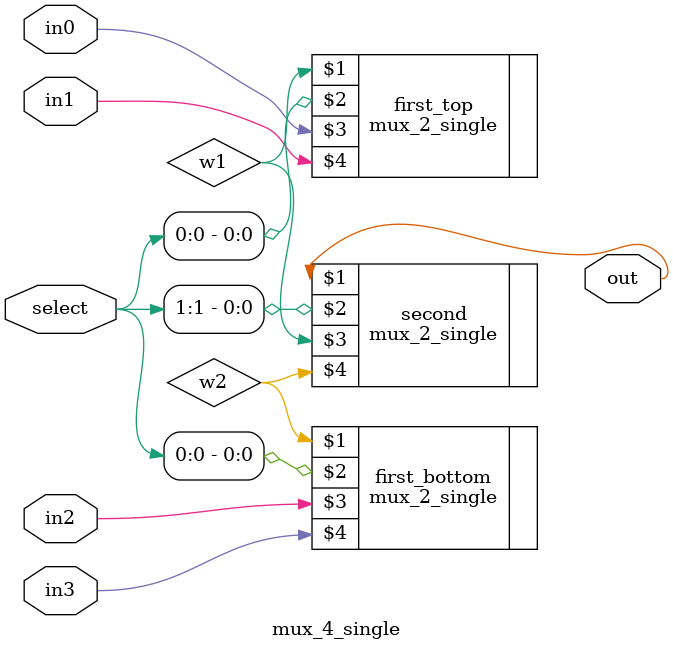
<source format=v>
module mux_4_single(out, select, in0, in1, in2, in3);
    input [1:0] select;
    input in0, in1, in2, in3;
    output out;
    wire w1, w2;
    
    mux_2_single first_top(w1, select[0], in0, in1);
    mux_2_single first_bottom(w2, select[0], in2, in3);
    mux_2_single second(out, select[1], w1, w2);
endmodule

</source>
